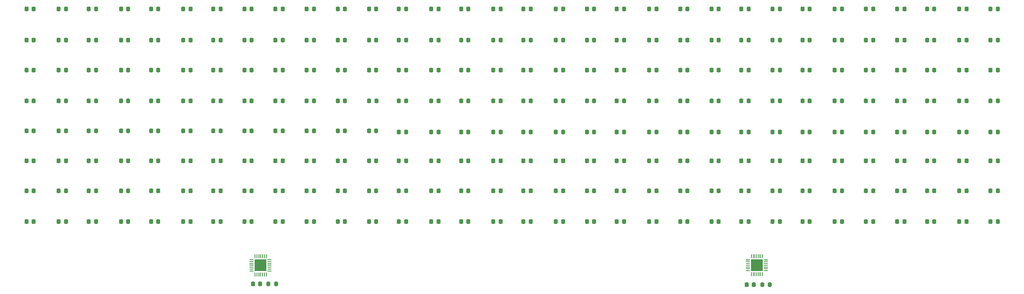
<source format=gtp>
G04 #@! TF.GenerationSoftware,KiCad,Pcbnew,6.0.2+dfsg-1~bpo11+1*
G04 #@! TF.CreationDate,2022-09-22T09:54:57-04:00*
G04 #@! TF.ProjectId,led_matrix_8x32,6c65645f-6d61-4747-9269-785f38783332,rev?*
G04 #@! TF.SameCoordinates,Original*
G04 #@! TF.FileFunction,Paste,Top*
G04 #@! TF.FilePolarity,Positive*
%FSLAX46Y46*%
G04 Gerber Fmt 4.6, Leading zero omitted, Abs format (unit mm)*
G04 Created by KiCad (PCBNEW 6.0.2+dfsg-1~bpo11+1) date 2022-09-22 09:54:57*
%MOMM*%
%LPD*%
G01*
G04 APERTURE LIST*
G04 Aperture macros list*
%AMRoundRect*
0 Rectangle with rounded corners*
0 $1 Rounding radius*
0 $2 $3 $4 $5 $6 $7 $8 $9 X,Y pos of 4 corners*
0 Add a 4 corners polygon primitive as box body*
4,1,4,$2,$3,$4,$5,$6,$7,$8,$9,$2,$3,0*
0 Add four circle primitives for the rounded corners*
1,1,$1+$1,$2,$3*
1,1,$1+$1,$4,$5*
1,1,$1+$1,$6,$7*
1,1,$1+$1,$8,$9*
0 Add four rect primitives between the rounded corners*
20,1,$1+$1,$2,$3,$4,$5,0*
20,1,$1+$1,$4,$5,$6,$7,0*
20,1,$1+$1,$6,$7,$8,$9,0*
20,1,$1+$1,$8,$9,$2,$3,0*%
G04 Aperture macros list end*
%ADD10RoundRect,0.218750X-0.218750X-0.256250X0.218750X-0.256250X0.218750X0.256250X-0.218750X0.256250X0*%
%ADD11R,0.200000X0.850000*%
%ADD12R,0.850000X0.200000*%
%ADD13R,2.500000X2.500000*%
%ADD14RoundRect,0.225000X-0.225000X-0.250000X0.225000X-0.250000X0.225000X0.250000X-0.225000X0.250000X0*%
%ADD15RoundRect,0.200000X0.200000X0.275000X-0.200000X0.275000X-0.200000X-0.275000X0.200000X-0.275000X0*%
G04 APERTURE END LIST*
D10*
X102712500Y-113500000D03*
X104287500Y-113500000D03*
X102712500Y-100500000D03*
X104287500Y-100500000D03*
X115962500Y-107000000D03*
X117537500Y-107000000D03*
X156712500Y-120250000D03*
X158287500Y-120250000D03*
X149962500Y-120250000D03*
X151537500Y-120250000D03*
X183712500Y-94000000D03*
X185287500Y-94000000D03*
X48712500Y-107000000D03*
X50287500Y-107000000D03*
X156712500Y-107000000D03*
X158287500Y-107000000D03*
X196962500Y-107000000D03*
X198537500Y-107000000D03*
X48712500Y-94000000D03*
X50287500Y-94000000D03*
X82462500Y-120250000D03*
X84037500Y-120250000D03*
X35212500Y-113500000D03*
X36787500Y-113500000D03*
X210462500Y-120250000D03*
X212037500Y-120250000D03*
D11*
X84800000Y-131700000D03*
X85200000Y-131700000D03*
X85600000Y-131700000D03*
X86000000Y-131700000D03*
X86400000Y-131700000D03*
X86800000Y-131700000D03*
X87200000Y-131700000D03*
D12*
X87950000Y-130950000D03*
X87950000Y-130550000D03*
X87950000Y-130150000D03*
X87950000Y-129750000D03*
X87950000Y-129350000D03*
X87950000Y-128950000D03*
X87950000Y-128550000D03*
D11*
X87200000Y-127800000D03*
X86800000Y-127800000D03*
X86400000Y-127800000D03*
X86000000Y-127800000D03*
X85600000Y-127800000D03*
X85200000Y-127800000D03*
X84800000Y-127800000D03*
D12*
X84050000Y-128550000D03*
X84050000Y-128950000D03*
X84050000Y-129350000D03*
X84050000Y-129750000D03*
X84050000Y-130150000D03*
X84050000Y-130550000D03*
X84050000Y-130950000D03*
D13*
X86000000Y-129750000D03*
D10*
X82462500Y-107000000D03*
X84037500Y-107000000D03*
X82462500Y-100500000D03*
X84037500Y-100500000D03*
X176962500Y-80750000D03*
X178537500Y-80750000D03*
X244212500Y-113500000D03*
X245787500Y-113500000D03*
X89212500Y-87250000D03*
X90787500Y-87250000D03*
X109462500Y-80750000D03*
X111037500Y-80750000D03*
D14*
X84350000Y-133800000D03*
X85900000Y-133800000D03*
D10*
X109462500Y-107000000D03*
X111037500Y-107000000D03*
X62212500Y-80750000D03*
X63787500Y-80750000D03*
X102712500Y-87250000D03*
X104287500Y-87250000D03*
X35212500Y-74000000D03*
X36787500Y-74000000D03*
X149962500Y-87250000D03*
X151537500Y-87250000D03*
X203462500Y-94000000D03*
X205037500Y-94000000D03*
X176962500Y-120250000D03*
X178537500Y-120250000D03*
X237462500Y-113500000D03*
X239037500Y-113500000D03*
X203462500Y-87250000D03*
X205037500Y-87250000D03*
X69212500Y-94000000D03*
X70787500Y-94000000D03*
X62212500Y-74000000D03*
X63787500Y-74000000D03*
X89212500Y-94000000D03*
X90787500Y-94000000D03*
X122962500Y-74000000D03*
X124537500Y-74000000D03*
X190212500Y-120250000D03*
X191787500Y-120250000D03*
X136462500Y-80750000D03*
X138037500Y-80750000D03*
X109462500Y-87250000D03*
X111037500Y-87250000D03*
X62212500Y-107000000D03*
X63787500Y-107000000D03*
X115962500Y-120250000D03*
X117537500Y-120250000D03*
X190212500Y-107000000D03*
X191787500Y-107000000D03*
X69212500Y-80750000D03*
X70787500Y-80750000D03*
X136462500Y-94000000D03*
X138037500Y-94000000D03*
X82462500Y-87250000D03*
X84037500Y-87250000D03*
X35212500Y-94000000D03*
X36787500Y-94000000D03*
X244212500Y-100750000D03*
X245787500Y-100750000D03*
X122962500Y-107000000D03*
X124537500Y-107000000D03*
X156712500Y-113500000D03*
X158287500Y-113500000D03*
X210462500Y-87250000D03*
X212037500Y-87250000D03*
X196962500Y-113500000D03*
X198537500Y-113500000D03*
X244212500Y-80750000D03*
X245787500Y-80750000D03*
X82462500Y-80750000D03*
X84037500Y-80750000D03*
X48712500Y-80750000D03*
X50287500Y-80750000D03*
X230462500Y-87250000D03*
X232037500Y-87250000D03*
X176962500Y-74000000D03*
X178537500Y-74000000D03*
X129462500Y-87250000D03*
X131037500Y-87250000D03*
X75712500Y-87250000D03*
X77287500Y-87250000D03*
X176962500Y-87250000D03*
X178537500Y-87250000D03*
X237462500Y-94000000D03*
X239037500Y-94000000D03*
X230462500Y-80750000D03*
X232037500Y-80750000D03*
X156712500Y-80750000D03*
X158287500Y-80750000D03*
X115962500Y-94000000D03*
X117537500Y-94000000D03*
X196962500Y-80750000D03*
X198537500Y-80750000D03*
X223962500Y-120250000D03*
X225537500Y-120250000D03*
X203462500Y-120250000D03*
X205037500Y-120250000D03*
X122962500Y-87250000D03*
X124537500Y-87250000D03*
X230462500Y-100750000D03*
X232037500Y-100750000D03*
X237462500Y-74000000D03*
X239037500Y-74000000D03*
X170212500Y-100750000D03*
X171787500Y-100750000D03*
X55712500Y-80750000D03*
X57287500Y-80750000D03*
X35212500Y-80750000D03*
X36787500Y-80750000D03*
X142962500Y-80750000D03*
X144537500Y-80750000D03*
X95962500Y-107000000D03*
X97537500Y-107000000D03*
X237462500Y-87250000D03*
X239037500Y-87250000D03*
X129462500Y-74000000D03*
X131037500Y-74000000D03*
X42212500Y-94000000D03*
X43787500Y-94000000D03*
X142962500Y-107000000D03*
X144537500Y-107000000D03*
X142962500Y-120250000D03*
X144537500Y-120250000D03*
X217212500Y-120250000D03*
X218787500Y-120250000D03*
X163212500Y-74000000D03*
X164787500Y-74000000D03*
X203462500Y-100750000D03*
X205037500Y-100750000D03*
X223962500Y-74000000D03*
X225537500Y-74000000D03*
X176962500Y-100750000D03*
X178537500Y-100750000D03*
X149962500Y-94000000D03*
X151537500Y-94000000D03*
X244212500Y-74000000D03*
X245787500Y-74000000D03*
X183712500Y-87250000D03*
X185287500Y-87250000D03*
X129462500Y-80750000D03*
X131037500Y-80750000D03*
X55712500Y-107000000D03*
X57287500Y-107000000D03*
X35212500Y-100500000D03*
X36787500Y-100500000D03*
X183712500Y-120250000D03*
X185287500Y-120250000D03*
X75712500Y-120250000D03*
X77287500Y-120250000D03*
X244212500Y-87250000D03*
X245787500Y-87250000D03*
X136462500Y-100750000D03*
X138037500Y-100750000D03*
X176962500Y-107000000D03*
X178537500Y-107000000D03*
X75712500Y-113500000D03*
X77287500Y-113500000D03*
X156712500Y-94000000D03*
X158287500Y-94000000D03*
X217212500Y-80750000D03*
X218787500Y-80750000D03*
X69212500Y-107000000D03*
X70787500Y-107000000D03*
X115962500Y-87250000D03*
X117537500Y-87250000D03*
X170212500Y-80750000D03*
X171787500Y-80750000D03*
X203462500Y-107000000D03*
X205037500Y-107000000D03*
X244212500Y-94000000D03*
X245787500Y-94000000D03*
X109462500Y-74000000D03*
X111037500Y-74000000D03*
X237462500Y-120250000D03*
X239037500Y-120250000D03*
D14*
X191350000Y-133975000D03*
X192900000Y-133975000D03*
D10*
X129462500Y-113500000D03*
X131037500Y-113500000D03*
X190212500Y-113500000D03*
X191787500Y-113500000D03*
X129462500Y-100750000D03*
X131037500Y-100750000D03*
X183712500Y-80750000D03*
X185287500Y-80750000D03*
X163212500Y-113500000D03*
X164787500Y-113500000D03*
X75712500Y-74000000D03*
X77287500Y-74000000D03*
X183712500Y-100750000D03*
X185287500Y-100750000D03*
X223962500Y-94000000D03*
X225537500Y-94000000D03*
X210462500Y-100750000D03*
X212037500Y-100750000D03*
X82462500Y-113500000D03*
X84037500Y-113500000D03*
X223962500Y-107000000D03*
X225537500Y-107000000D03*
X109500000Y-94000000D03*
X111075000Y-94000000D03*
X95962500Y-94000000D03*
X97537500Y-94000000D03*
X196962500Y-74000000D03*
X198537500Y-74000000D03*
X42212500Y-100500000D03*
X43787500Y-100500000D03*
X102712500Y-94000000D03*
X104287500Y-94000000D03*
X109462500Y-120250000D03*
X111037500Y-120250000D03*
X62212500Y-94000000D03*
X63787500Y-94000000D03*
X48712500Y-120250000D03*
X50287500Y-120250000D03*
X62212500Y-120250000D03*
X63787500Y-120250000D03*
X230462500Y-107000000D03*
X232037500Y-107000000D03*
X82462500Y-94000000D03*
X84037500Y-94000000D03*
X190212500Y-74000000D03*
X191787500Y-74000000D03*
X109462500Y-113500000D03*
X111037500Y-113500000D03*
X42212500Y-87250000D03*
X43787500Y-87250000D03*
D15*
X89325000Y-133800000D03*
X87675000Y-133800000D03*
D10*
X183712500Y-113500000D03*
X185287500Y-113500000D03*
X136462500Y-87250000D03*
X138037500Y-87250000D03*
X35212500Y-107000000D03*
X36787500Y-107000000D03*
X129462500Y-94000000D03*
X131037500Y-94000000D03*
X115962500Y-74000000D03*
X117537500Y-74000000D03*
D15*
X196400000Y-133975000D03*
X194750000Y-133975000D03*
D10*
X244212500Y-107000000D03*
X245787500Y-107000000D03*
X89212500Y-120250000D03*
X90787500Y-120250000D03*
X55712500Y-113500000D03*
X57287500Y-113500000D03*
X136462500Y-120250000D03*
X138037500Y-120250000D03*
X163212500Y-87250000D03*
X164787500Y-87250000D03*
X42212500Y-80750000D03*
X43787500Y-80750000D03*
X142962500Y-100750000D03*
X144537500Y-100750000D03*
X42212500Y-74000000D03*
X43787500Y-74000000D03*
X62212500Y-113500000D03*
X63787500Y-113500000D03*
X223962500Y-87250000D03*
X225537500Y-87250000D03*
X102712500Y-107000000D03*
X104287500Y-107000000D03*
X42212500Y-120250000D03*
X43787500Y-120250000D03*
X122962500Y-113500000D03*
X124537500Y-113500000D03*
X89212500Y-107000000D03*
X90787500Y-107000000D03*
X95962500Y-74000000D03*
X97537500Y-74000000D03*
X102712500Y-80750000D03*
X104287500Y-80750000D03*
X35212500Y-87250000D03*
X36787500Y-87250000D03*
X203462500Y-113500000D03*
X205037500Y-113500000D03*
X203462500Y-74000000D03*
X205037500Y-74000000D03*
X210462500Y-94000000D03*
X212037500Y-94000000D03*
X156712500Y-100750000D03*
X158287500Y-100750000D03*
D11*
X192375000Y-131650000D03*
X192775000Y-131650000D03*
X193175000Y-131650000D03*
X193575000Y-131650000D03*
X193975000Y-131650000D03*
X194375000Y-131650000D03*
X194775000Y-131650000D03*
D12*
X195525000Y-130900000D03*
X195525000Y-130500000D03*
X195525000Y-130100000D03*
X195525000Y-129700000D03*
X195525000Y-129300000D03*
X195525000Y-128900000D03*
X195525000Y-128500000D03*
D11*
X194775000Y-127750000D03*
X194375000Y-127750000D03*
X193975000Y-127750000D03*
X193575000Y-127750000D03*
X193175000Y-127750000D03*
X192775000Y-127750000D03*
X192375000Y-127750000D03*
D12*
X191625000Y-128500000D03*
X191625000Y-128900000D03*
X191625000Y-129300000D03*
X191625000Y-129700000D03*
X191625000Y-130100000D03*
X191625000Y-130500000D03*
X191625000Y-130900000D03*
D13*
X193575000Y-129700000D03*
D10*
X210462500Y-107000000D03*
X212037500Y-107000000D03*
X190212500Y-87250000D03*
X191787500Y-87250000D03*
X48712500Y-74000000D03*
X50287500Y-74000000D03*
X42212500Y-107000000D03*
X43787500Y-107000000D03*
X142962500Y-113500000D03*
X144537500Y-113500000D03*
X136462500Y-74000000D03*
X138037500Y-74000000D03*
X176962500Y-113500000D03*
X178537500Y-113500000D03*
X210462500Y-113500000D03*
X212037500Y-113500000D03*
X217212500Y-74000000D03*
X218787500Y-74000000D03*
X196962500Y-94000000D03*
X198537500Y-94000000D03*
X69212500Y-120250000D03*
X70787500Y-120250000D03*
X142962500Y-94000000D03*
X144537500Y-94000000D03*
X149962500Y-74000000D03*
X151537500Y-74000000D03*
X95962500Y-113500000D03*
X97537500Y-113500000D03*
X122962500Y-100750000D03*
X124537500Y-100750000D03*
X217212500Y-107000000D03*
X218787500Y-107000000D03*
X75712500Y-94000000D03*
X77287500Y-94000000D03*
X149962500Y-100750000D03*
X151537500Y-100750000D03*
X230462500Y-113500000D03*
X232037500Y-113500000D03*
X163212500Y-94000000D03*
X164787500Y-94000000D03*
X190212500Y-94000000D03*
X191787500Y-94000000D03*
X217212500Y-100750000D03*
X218787500Y-100750000D03*
X163212500Y-107000000D03*
X164787500Y-107000000D03*
X48712500Y-100500000D03*
X50287500Y-100500000D03*
X190212500Y-80750000D03*
X191787500Y-80750000D03*
X149962500Y-107000000D03*
X151537500Y-107000000D03*
X55712500Y-74000000D03*
X57287500Y-74000000D03*
X170212500Y-74000000D03*
X171787500Y-74000000D03*
X183712500Y-74000000D03*
X185287500Y-74000000D03*
X89212500Y-80750000D03*
X90787500Y-80750000D03*
X237462500Y-107000000D03*
X239037500Y-107000000D03*
X48712500Y-113500000D03*
X50287500Y-113500000D03*
X230462500Y-74000000D03*
X232037500Y-74000000D03*
X75712500Y-80750000D03*
X77287500Y-80750000D03*
X55712500Y-120250000D03*
X57287500Y-120250000D03*
X210462500Y-80750000D03*
X212037500Y-80750000D03*
X115962500Y-113500000D03*
X117537500Y-113500000D03*
X55712500Y-100500000D03*
X57287500Y-100500000D03*
X156712500Y-87250000D03*
X158287500Y-87250000D03*
X210462500Y-74000000D03*
X212037500Y-74000000D03*
X122962500Y-94000000D03*
X124537500Y-94000000D03*
X217212500Y-94000000D03*
X218787500Y-94000000D03*
X69212500Y-87250000D03*
X70787500Y-87250000D03*
X217212500Y-87250000D03*
X218787500Y-87250000D03*
X170212500Y-107000000D03*
X171787500Y-107000000D03*
X115962500Y-80750000D03*
X117537500Y-80750000D03*
X170212500Y-87250000D03*
X171787500Y-87250000D03*
X170212500Y-94000000D03*
X171787500Y-94000000D03*
X237462500Y-100750000D03*
X239037500Y-100750000D03*
X89175000Y-74000000D03*
X90750000Y-74000000D03*
X190212500Y-100750000D03*
X191787500Y-100750000D03*
X109462500Y-100500000D03*
X111037500Y-100500000D03*
X176962500Y-94000000D03*
X178537500Y-94000000D03*
X115962500Y-100750000D03*
X117537500Y-100750000D03*
X163212500Y-80750000D03*
X164787500Y-80750000D03*
X55712500Y-87250000D03*
X57287500Y-87250000D03*
X42212500Y-113500000D03*
X43787500Y-113500000D03*
X183712500Y-107000000D03*
X185287500Y-107000000D03*
X237462500Y-80750000D03*
X239037500Y-80750000D03*
X95962500Y-120250000D03*
X97537500Y-120250000D03*
X129462500Y-107000000D03*
X131037500Y-107000000D03*
X196962500Y-87250000D03*
X198537500Y-87250000D03*
X170212500Y-113500000D03*
X171787500Y-113500000D03*
X75712500Y-107000000D03*
X77287500Y-107000000D03*
X163212500Y-100750000D03*
X164787500Y-100750000D03*
X89212500Y-113500000D03*
X90787500Y-113500000D03*
X82462500Y-74000000D03*
X84037500Y-74000000D03*
X122962500Y-120250000D03*
X124537500Y-120250000D03*
X136462500Y-113500000D03*
X138037500Y-113500000D03*
X95962500Y-80750000D03*
X97537500Y-80750000D03*
X196962500Y-120250000D03*
X198537500Y-120250000D03*
X156712500Y-74000000D03*
X158287500Y-74000000D03*
X69212500Y-100500000D03*
X70787500Y-100500000D03*
X142962500Y-87250000D03*
X144537500Y-87250000D03*
X223962500Y-100750000D03*
X225537500Y-100750000D03*
X217212500Y-113500000D03*
X218787500Y-113500000D03*
X149962500Y-113500000D03*
X151537500Y-113500000D03*
X142962500Y-74000000D03*
X144537500Y-74000000D03*
X149962500Y-80750000D03*
X151537500Y-80750000D03*
X69212500Y-113500000D03*
X70787500Y-113500000D03*
X163212500Y-120250000D03*
X164787500Y-120250000D03*
X223962500Y-113500000D03*
X225537500Y-113500000D03*
X136462500Y-107000000D03*
X138037500Y-107000000D03*
X170212500Y-120250000D03*
X171787500Y-120250000D03*
X89212500Y-100500000D03*
X90787500Y-100500000D03*
X35212500Y-120250000D03*
X36787500Y-120250000D03*
X62212500Y-87250000D03*
X63787500Y-87250000D03*
X102712500Y-120250000D03*
X104287500Y-120250000D03*
X203462500Y-80750000D03*
X205037500Y-80750000D03*
X69212500Y-74000000D03*
X70787500Y-74000000D03*
X196962500Y-100750000D03*
X198537500Y-100750000D03*
X55712500Y-94000000D03*
X57287500Y-94000000D03*
X95962500Y-100500000D03*
X97537500Y-100500000D03*
X48712500Y-87250000D03*
X50287500Y-87250000D03*
X62212500Y-100500000D03*
X63787500Y-100500000D03*
X230462500Y-94000000D03*
X232037500Y-94000000D03*
X102712500Y-74000000D03*
X104287500Y-74000000D03*
X122962500Y-80750000D03*
X124537500Y-80750000D03*
X244212500Y-120250000D03*
X245787500Y-120250000D03*
X75712500Y-100500000D03*
X77287500Y-100500000D03*
X230462500Y-120250000D03*
X232037500Y-120250000D03*
X129462500Y-120250000D03*
X131037500Y-120250000D03*
X223962500Y-80750000D03*
X225537500Y-80750000D03*
X95962500Y-87250000D03*
X97537500Y-87250000D03*
M02*

</source>
